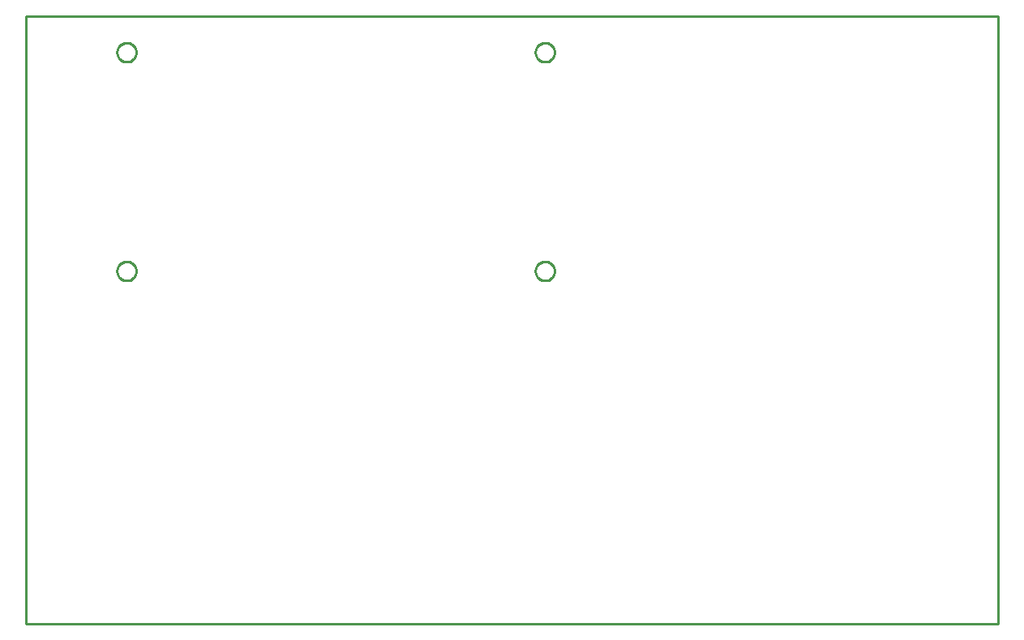
<source format=gbr>
G04 EAGLE Gerber RS-274X export*
G75*
%MOMM*%
%FSLAX34Y34*%
%LPD*%
%IN*%
%IPPOS*%
%AMOC8*
5,1,8,0,0,1.08239X$1,22.5*%
G01*
%ADD10C,0.254000*%


D10*
X0Y0D02*
X1015800Y0D01*
X1015900Y635000D01*
X100Y635000D01*
X0Y0D01*
X115410Y367863D02*
X115334Y366994D01*
X115182Y366134D01*
X114956Y365290D01*
X114658Y364470D01*
X114289Y363678D01*
X113852Y362922D01*
X113351Y362207D01*
X112790Y361538D01*
X112172Y360920D01*
X111503Y360359D01*
X110788Y359858D01*
X110032Y359421D01*
X109240Y359052D01*
X108420Y358754D01*
X107576Y358528D01*
X106717Y358376D01*
X105847Y358300D01*
X104973Y358300D01*
X104104Y358376D01*
X103244Y358528D01*
X102400Y358754D01*
X101580Y359052D01*
X100788Y359421D01*
X100032Y359858D01*
X99317Y360359D01*
X98648Y360920D01*
X98030Y361538D01*
X97469Y362207D01*
X96968Y362922D01*
X96531Y363678D01*
X96162Y364470D01*
X95864Y365290D01*
X95638Y366134D01*
X95486Y366994D01*
X95410Y367863D01*
X95410Y368737D01*
X95486Y369607D01*
X95638Y370466D01*
X95864Y371310D01*
X96162Y372130D01*
X96531Y372922D01*
X96968Y373678D01*
X97469Y374393D01*
X98030Y375062D01*
X98648Y375680D01*
X99317Y376241D01*
X100032Y376742D01*
X100788Y377179D01*
X101580Y377548D01*
X102400Y377846D01*
X103244Y378072D01*
X104104Y378224D01*
X104973Y378300D01*
X105847Y378300D01*
X106717Y378224D01*
X107576Y378072D01*
X108420Y377846D01*
X109240Y377548D01*
X110032Y377179D01*
X110788Y376742D01*
X111503Y376241D01*
X112172Y375680D01*
X112790Y375062D01*
X113351Y374393D01*
X113852Y373678D01*
X114289Y372922D01*
X114658Y372130D01*
X114956Y371310D01*
X115182Y370466D01*
X115334Y369607D01*
X115410Y368737D01*
X115410Y367863D01*
X552290Y367863D02*
X552214Y366994D01*
X552062Y366134D01*
X551836Y365290D01*
X551538Y364470D01*
X551169Y363678D01*
X550732Y362922D01*
X550231Y362207D01*
X549670Y361538D01*
X549052Y360920D01*
X548383Y360359D01*
X547668Y359858D01*
X546912Y359421D01*
X546120Y359052D01*
X545300Y358754D01*
X544456Y358528D01*
X543597Y358376D01*
X542727Y358300D01*
X541853Y358300D01*
X540984Y358376D01*
X540124Y358528D01*
X539280Y358754D01*
X538460Y359052D01*
X537668Y359421D01*
X536912Y359858D01*
X536197Y360359D01*
X535528Y360920D01*
X534910Y361538D01*
X534349Y362207D01*
X533848Y362922D01*
X533411Y363678D01*
X533042Y364470D01*
X532744Y365290D01*
X532518Y366134D01*
X532366Y366994D01*
X532290Y367863D01*
X532290Y368737D01*
X532366Y369607D01*
X532518Y370466D01*
X532744Y371310D01*
X533042Y372130D01*
X533411Y372922D01*
X533848Y373678D01*
X534349Y374393D01*
X534910Y375062D01*
X535528Y375680D01*
X536197Y376241D01*
X536912Y376742D01*
X537668Y377179D01*
X538460Y377548D01*
X539280Y377846D01*
X540124Y378072D01*
X540984Y378224D01*
X541853Y378300D01*
X542727Y378300D01*
X543597Y378224D01*
X544456Y378072D01*
X545300Y377846D01*
X546120Y377548D01*
X546912Y377179D01*
X547668Y376742D01*
X548383Y376241D01*
X549052Y375680D01*
X549670Y375062D01*
X550231Y374393D01*
X550732Y373678D01*
X551169Y372922D01*
X551538Y372130D01*
X551836Y371310D01*
X552062Y370466D01*
X552214Y369607D01*
X552290Y368737D01*
X552290Y367863D01*
X115410Y596463D02*
X115334Y595594D01*
X115182Y594734D01*
X114956Y593890D01*
X114658Y593070D01*
X114289Y592278D01*
X113852Y591522D01*
X113351Y590807D01*
X112790Y590138D01*
X112172Y589520D01*
X111503Y588959D01*
X110788Y588458D01*
X110032Y588021D01*
X109240Y587652D01*
X108420Y587354D01*
X107576Y587128D01*
X106717Y586976D01*
X105847Y586900D01*
X104973Y586900D01*
X104104Y586976D01*
X103244Y587128D01*
X102400Y587354D01*
X101580Y587652D01*
X100788Y588021D01*
X100032Y588458D01*
X99317Y588959D01*
X98648Y589520D01*
X98030Y590138D01*
X97469Y590807D01*
X96968Y591522D01*
X96531Y592278D01*
X96162Y593070D01*
X95864Y593890D01*
X95638Y594734D01*
X95486Y595594D01*
X95410Y596463D01*
X95410Y597337D01*
X95486Y598207D01*
X95638Y599066D01*
X95864Y599910D01*
X96162Y600730D01*
X96531Y601522D01*
X96968Y602278D01*
X97469Y602993D01*
X98030Y603662D01*
X98648Y604280D01*
X99317Y604841D01*
X100032Y605342D01*
X100788Y605779D01*
X101580Y606148D01*
X102400Y606446D01*
X103244Y606672D01*
X104104Y606824D01*
X104973Y606900D01*
X105847Y606900D01*
X106717Y606824D01*
X107576Y606672D01*
X108420Y606446D01*
X109240Y606148D01*
X110032Y605779D01*
X110788Y605342D01*
X111503Y604841D01*
X112172Y604280D01*
X112790Y603662D01*
X113351Y602993D01*
X113852Y602278D01*
X114289Y601522D01*
X114658Y600730D01*
X114956Y599910D01*
X115182Y599066D01*
X115334Y598207D01*
X115410Y597337D01*
X115410Y596463D01*
X552290Y596463D02*
X552214Y595594D01*
X552062Y594734D01*
X551836Y593890D01*
X551538Y593070D01*
X551169Y592278D01*
X550732Y591522D01*
X550231Y590807D01*
X549670Y590138D01*
X549052Y589520D01*
X548383Y588959D01*
X547668Y588458D01*
X546912Y588021D01*
X546120Y587652D01*
X545300Y587354D01*
X544456Y587128D01*
X543597Y586976D01*
X542727Y586900D01*
X541853Y586900D01*
X540984Y586976D01*
X540124Y587128D01*
X539280Y587354D01*
X538460Y587652D01*
X537668Y588021D01*
X536912Y588458D01*
X536197Y588959D01*
X535528Y589520D01*
X534910Y590138D01*
X534349Y590807D01*
X533848Y591522D01*
X533411Y592278D01*
X533042Y593070D01*
X532744Y593890D01*
X532518Y594734D01*
X532366Y595594D01*
X532290Y596463D01*
X532290Y597337D01*
X532366Y598207D01*
X532518Y599066D01*
X532744Y599910D01*
X533042Y600730D01*
X533411Y601522D01*
X533848Y602278D01*
X534349Y602993D01*
X534910Y603662D01*
X535528Y604280D01*
X536197Y604841D01*
X536912Y605342D01*
X537668Y605779D01*
X538460Y606148D01*
X539280Y606446D01*
X540124Y606672D01*
X540984Y606824D01*
X541853Y606900D01*
X542727Y606900D01*
X543597Y606824D01*
X544456Y606672D01*
X545300Y606446D01*
X546120Y606148D01*
X546912Y605779D01*
X547668Y605342D01*
X548383Y604841D01*
X549052Y604280D01*
X549670Y603662D01*
X550231Y602993D01*
X550732Y602278D01*
X551169Y601522D01*
X551538Y600730D01*
X551836Y599910D01*
X552062Y599066D01*
X552214Y598207D01*
X552290Y597337D01*
X552290Y596463D01*
M02*

</source>
